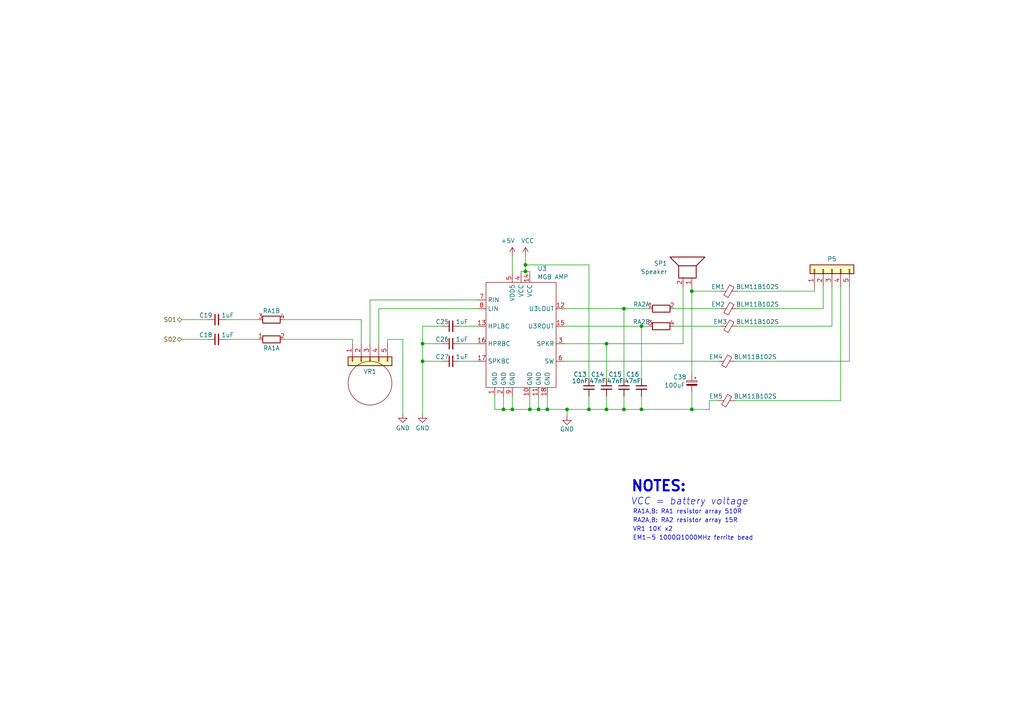
<source format=kicad_sch>
(kicad_sch (version 20250114) (generator "eeschema") (generator_version "9.0")
  (paper "A4")
  (title_block (title "CGB Reverse Engineer") (company "NatalieTheNerd.com"))
  (lib_symbols
    (symbol "CGB:MGB_AMP"
      (property "Reference" "U" (at 0 -10.16 0))
      (property "Value" "MGB AMP" (at 0 -12.7 0))
      (symbol "MGB_AMP_0_0"
        (pin unspecified line (at -12.7 -7.62 0) (length 2.54) (name "RIN") (number "7"))
        (pin unspecified line (at -12.7 -10.16 0) (length 2.54) (name "LIN") (number "8"))
        (pin unspecified line (at -12.7 -15.24 0) (length 2.54) (name "HPLBC") (number "13"))
        (pin unspecified line (at -12.7 -20.32 0) (length 2.54) (name "HPRBC") (number "16"))
        (pin unspecified line (at -12.7 -25.4 0) (length 2.54) (name "SPKBC") (number "17"))
        (pin unspecified line (at -7.62 -35.56 90) (length 2.54) (name "GND") (number "1"))
        (pin unspecified line (at -5.08 -35.56 90) (length 2.54) (name "GND") (number "2"))
        (pin unspecified line (at -2.54 0 270) (length 2.54) (name "VDD5") (number "5"))
        (pin unspecified line (at -2.54 -35.56 90) (length 2.54) (name "GND") (number "9"))
        (pin unspecified line (at 0 0 270) (length 2.54) (name "VCC") (number "4"))
        (pin unspecified line (at 2.54 0 270) (length 2.54) (name "VCC") (number "14"))
        (pin unspecified line (at 2.54 -35.56 90) (length 2.54) (name "GND") (number "10"))
        (pin unspecified line (at 5.08 -35.56 90) (length 2.54) (name "GND") (number "11"))
        (pin unspecified line (at 7.62 -35.56 90) (length 2.54) (name "GND") (number "18"))
        (pin unspecified line (at 12.7 -10.16 180) (length 2.54) (name "U3LOUT") (number "12"))
        (pin unspecified line (at 12.7 -15.24 180) (length 2.54) (name "U3ROUT") (number "15"))
        (pin unspecified line (at 12.7 -20.32 180) (length 2.54) (name "SPKR") (number "3"))
        (pin unspecified line (at 12.7 -25.4 180) (length 2.54) (name "SW") (number "6"))
      )
      (symbol "MGB_AMP_0_1"
        (rectangle (start -10.16 -2.54) (end 10.16 -33.02))
      )
    )
    (symbol "Conn_01x05_1" (pin_names (offset 1.016) (hide yes))
      (property "Reference" "VR1" (at 2.9901 0 90))
      (symbol "Conn_01x05_1_0_1"
        (circle (center 6.35 0) (radius 6.35))
      )
      (symbol "Conn_01x05_1_1_1"
        (rectangle (start -1.27 6.35) (end 1.27 -6.35) (stroke (width 0.254)) (fill (type background)))
        (rectangle (start -1.27 5.207) (end 0 4.953) (stroke (width 0.1524)))
        (rectangle (start -1.27 2.667) (end 0 2.413) (stroke (width 0.1524)))
        (rectangle (start -1.27 0.127) (end 0 -0.127) (stroke (width 0.1524)))
        (rectangle (start -1.27 -2.413) (end 0 -2.667) (stroke (width 0.1524)))
        (rectangle (start -1.27 -4.953) (end 0 -5.207) (stroke (width 0.1524)))
        (pin passive line (at -5.08 5.08 0) (length 3.81) (name "Pin_1") (number "1"))
        (pin passive line (at -5.08 2.54 0) (length 3.81) (name "Pin_2") (number "2"))
        (pin passive line (at -5.08 0 0) (length 3.81) (name "Pin_3") (number "3"))
        (pin passive line (at -5.08 -2.54 0) (length 3.81) (name "Pin_4") (number "4"))
        (pin passive line (at -5.08 -5.08 0) (length 3.81) (name "Pin_5") (number "5"))
      )
    )
    (symbol "Connector_Generic:Conn_01x05" (pin_names (offset 1.016) (hide yes))
      (property "Reference" "J" (at 0 7.62 0))
      (property "Value" "Conn_01x05" (at 0 -7.62 0))
      (symbol "Conn_01x05_1_1"
        (rectangle (start -1.27 6.35) (end 1.27 -6.35) (stroke (width 0.254)) (fill (type background)))
        (rectangle (start -1.27 5.207) (end 0 4.953) (stroke (width 0.1524)))
        (rectangle (start -1.27 2.667) (end 0 2.413) (stroke (width 0.1524)))
        (rectangle (start -1.27 0.127) (end 0 -0.127) (stroke (width 0.1524)))
        (rectangle (start -1.27 -2.413) (end 0 -2.667) (stroke (width 0.1524)))
        (rectangle (start -1.27 -4.953) (end 0 -5.207) (stroke (width 0.1524)))
        (pin passive line (at -5.08 5.08 0) (length 3.81) (name "Pin_1") (number "1"))
        (pin passive line (at -5.08 2.54 0) (length 3.81) (name "Pin_2") (number "2"))
        (pin passive line (at -5.08 0 0) (length 3.81) (name "Pin_3") (number "3"))
        (pin passive line (at -5.08 -2.54 0) (length 3.81) (name "Pin_4") (number "4"))
        (pin passive line (at -5.08 -5.08 0) (length 3.81) (name "Pin_5") (number "5"))
      )
    )
    (symbol "Device:C_Polarized_Small" (pin_numbers (hide yes)) (pin_names (offset 0.254) (hide yes))
      (property "Reference" "C" (at 0.254 1.778 0))
      (property "Value" "C_Polarized_Small" (at 0.254 -2.032 0))
      (symbol "C_Polarized_Small_0_1"
        (rectangle (start -1.524 0.6858) (end 1.524 0.3048))
        (rectangle (start -1.524 -0.3048) (end 1.524 -0.6858) (fill (type outline)))
        (polyline (pts (xy -1.27 1.524) (xy -0.762 1.524)))
        (polyline (pts (xy -1.016 1.27) (xy -1.016 1.778)))
      )
      (symbol "C_Polarized_Small_1_1"
        (pin passive line (at 0 2.54 270) (length 1.8542) (name "~") (number "1"))
        (pin passive line (at 0 -2.54 90) (length 1.8542) (name "~") (number "2"))
      )
    )
    (symbol "Device:C_Small" (pin_numbers (hide yes)) (pin_names (offset 0.254) (hide yes))
      (property "Reference" "C" (at 0.254 1.778 0))
      (property "Value" "C_Small" (at 0.254 -2.032 0))
      (symbol "C_Small_0_1"
        (polyline (pts (xy -1.524 0.508) (xy 1.524 0.508)) (stroke (width 0.3048)))
        (polyline (pts (xy -1.524 -0.508) (xy 1.524 -0.508)) (stroke (width 0.3302)))
      )
      (symbol "C_Small_1_1"
        (pin passive line (at 0 2.54 270) (length 2.032) (name "~") (number "1"))
        (pin passive line (at 0 -2.54 90) (length 2.032) (name "~") (number "2"))
      )
    )
    (symbol "Device:FerriteBead_Small" (pin_numbers (hide yes)) (pin_names (offset 0))
      (property "Reference" "FB" (at 1.905 1.27 0))
      (property "Value" "FerriteBead_Small" (at 1.905 -1.27 0))
      (symbol "FerriteBead_Small_0_1"
        (polyline (pts (xy -1.8288 0.2794) (xy -1.1176 1.4986) (xy 1.8288 -0.2032) (xy 1.1176 -1.4224) (xy -1.8288 0.2794)))
        (polyline (pts (xy 0 0.889) (xy 0 1.2954)))
        (polyline (pts (xy 0 -1.27) (xy 0 -0.7874)))
      )
      (symbol "FerriteBead_Small_1_1"
        (pin passive line (at 0 2.54 270) (length 1.27) (name "~") (number "1"))
        (pin passive line (at 0 -2.54 90) (length 1.27) (name "~") (number "2"))
      )
    )
    (symbol "Device:R_Pack02_SIP_Split" (pin_names (offset 0) (hide yes))
      (property "Reference" "RN" (at 2.032 0 90))
      (property "Value" "R_Pack02_SIP_Split" (at 0 0 90))
      (symbol "R_Pack02_SIP_Split_0_1"
        (rectangle (start 1.016 2.54) (end -1.016 -2.54) (stroke (width 0.254)))
      )
      (symbol "R_Pack02_SIP_Split_1_1"
        (pin passive line (at 0 3.81 270) (length 1.27) (name "R1.2") (number "2"))
        (pin passive line (at 0 -3.81 90) (length 1.27) (name "R1.1") (number "1"))
      )
      (symbol "R_Pack02_SIP_Split_2_1"
        (pin passive line (at 0 3.81 270) (length 1.27) (name "R2.2") (number "4"))
        (pin passive line (at 0 -3.81 90) (length 1.27) (name "R2.1") (number "3"))
      )
    )
    (symbol "Device:Speaker" (pin_names (offset 0) (hide yes))
      (property "Reference" "LS" (at 1.27 5.715 0))
      (property "Value" "Speaker" (at 1.27 3.81 0))
      (symbol "Speaker_0_0"
        (rectangle (start -2.54 1.27) (end 1.016 -3.81) (stroke (width 0.254)))
        (polyline (pts (xy 1.016 1.27) (xy 3.556 3.81) (xy 3.556 -6.35) (xy 1.016 -3.81)) (stroke (width 0.254)))
      )
      (symbol "Speaker_1_1"
        (pin input line (at -5.08 0 0) (length 2.54) (name "1") (number "1"))
        (pin input line (at -5.08 -2.54 0) (length 2.54) (name "2") (number "2"))
      )
    )
    (symbol "power:+5V" (power) (pin_names (offset 0))
      (property "Value" "+5V" (at 0 3.556 0))
      (symbol "+5V_0_1"
        (polyline (pts (xy -0.762 1.27) (xy 0 2.54)))
        (polyline (pts (xy 0 2.54) (xy 0.762 1.27)))
        (polyline (pts (xy 0 0) (xy 0 2.54)))
      )
      (symbol "+5V_1_1"
        (pin power_in line (at 0 0 90) (length 0) (hide yes) (name "+5V") (number "1"))
      )
    )
    (symbol "power:GND" (power) (pin_names (offset 0))
      (property "Value" "GND" (at 0 -3.81 0))
      (symbol "GND_0_1"
        (polyline (pts (xy 0 0) (xy 0 -1.27) (xy 1.27 -1.27) (xy 0 -2.54) (xy -1.27 -1.27) (xy 0 -1.27)))
      )
      (symbol "GND_1_1"
        (pin power_in line (at 0 0 270) (length 0) (hide yes) (name "GND") (number "1"))
      )
    )
    (symbol "power:VCC" (power) (pin_names (offset 0))
      (property "Value" "VCC" (at 0 3.81 0))
      (symbol "VCC_0_1"
        (polyline (pts (xy -0.762 1.27) (xy 0 2.54)))
        (polyline (pts (xy 0 2.54) (xy 0.762 1.27)))
        (polyline (pts (xy 0 0) (xy 0 2.54)))
      )
      (symbol "VCC_1_1"
        (pin power_in line (at 0 0 90) (length 0) (hide yes) (name "VCC") (number "1"))
      )
    )
  )
  (text "EM1-5 1000Ω1000MHz ferrite bead" (at 183.515 156.845 0) (effects (font (size 1.27 1.27)) (justify left bottom)))
  (text "RA1A,B: RA1 resistor array 510R" (at 183.515 149.225 0) (effects (font (size 1.27 1.27)) (justify left bottom)))
  (text "VR1 10K x2 " (at 183.515 154.305 0) (effects (font (size 1.27 1.27)) (justify left bottom)))
  (text "VCC = battery voltage" (at 182.88 146.685 0) (effects (font (size 2 2) (italic yes)) (justify left bottom)))
  (text "NOTES:" (at 182.88 142.875 0) (effects (font (size 3 3) (thickness 0.6) (bold yes)) (justify left bottom)))
  (text "RA2A,B: RA2 resistor array 15R" (at 183.515 151.765 0) (effects (font (size 1.27 1.27)) (justify left bottom)))
  (junction (at 164.465 118.745))
  (junction (at 146.05 118.745))
  (junction (at 200.66 84.455))
  (junction (at 152.4 78.74))
  (junction (at 186.055 94.615))
  (junction (at 122.555 99.695))
  (junction (at 148.59 118.745))
  (junction (at 152.4 76.835))
  (junction (at 175.895 99.695))
  (junction (at 170.815 118.745))
  (junction (at 158.75 118.745))
  (junction (at 200.66 118.745))
  (junction (at 175.895 118.745))
  (junction (at 186.055 118.745))
  (junction (at 122.555 104.775))
  (junction (at 153.67 118.745))
  (junction (at 156.21 118.745))
  (junction (at 180.975 89.535))
  (junction (at 180.975 118.745))
  (wire (pts (xy 65.405 98.425) (xy 74.93 98.425)))
  (wire (pts (xy 122.555 99.695) (xy 128.27 99.695)))
  (wire (pts (xy 195.58 89.535) (xy 208.915 89.535)))
  (wire (pts (xy 109.855 89.535) (xy 109.855 99.695)))
  (wire (pts (xy 107.315 86.995) (xy 107.315 99.695)))
  (wire (pts (xy 180.975 89.535) (xy 187.96 89.535)))
  (wire (pts (xy 200.66 84.455) (xy 208.915 84.455)))
  (wire (pts (xy 198.12 99.695) (xy 198.12 83.185)))
  (wire (pts (xy 180.975 89.535) (xy 180.975 109.855)))
  (wire (pts (xy 146.05 114.935) (xy 146.05 118.745)))
  (wire (pts (xy 148.59 114.935) (xy 148.59 118.745)))
  (wire (pts (xy 163.83 99.695) (xy 175.895 99.695)))
  (wire (pts (xy 243.84 83.185) (xy 243.84 116.205)))
  (wire (pts (xy 102.235 99.695) (xy 102.235 98.425)))
  (wire (pts (xy 122.555 104.775) (xy 122.555 120.015)))
  (wire (pts (xy 133.35 99.695) (xy 138.43 99.695)))
  (wire (pts (xy 122.555 94.615) (xy 122.555 99.695)))
  (wire (pts (xy 205.74 116.205) (xy 208.28 116.205)))
  (wire (pts (xy 133.35 104.775) (xy 138.43 104.775)))
  (wire (pts (xy 65.405 92.71) (xy 74.93 92.71)))
  (wire (pts (xy 52.705 92.71) (xy 60.325 92.71)))
  (wire (pts (xy 122.555 94.615) (xy 128.27 94.615)))
  (wire (pts (xy 112.395 98.425) (xy 112.395 99.695)))
  (wire (pts (xy 148.59 74.295) (xy 148.59 79.375)))
  (wire (pts (xy 152.4 76.835) (xy 152.4 78.74)))
  (wire (pts (xy 195.58 94.615) (xy 208.915 94.615)))
  (wire (pts (xy 104.775 92.71) (xy 104.775 99.695)))
  (wire (pts (xy 164.465 118.745) (xy 170.815 118.745)))
  (wire (pts (xy 116.84 98.425) (xy 112.395 98.425)))
  (wire (pts (xy 152.4 78.74) (xy 151.13 78.74)))
  (wire (pts (xy 116.84 120.015) (xy 116.84 98.425)))
  (wire (pts (xy 246.38 104.775) (xy 246.38 83.185)))
  (wire (pts (xy 122.555 104.775) (xy 128.27 104.775)))
  (wire (pts (xy 241.3 83.185) (xy 241.3 94.615)))
  (wire (pts (xy 138.43 89.535) (xy 109.855 89.535)))
  (wire (pts (xy 122.555 99.695) (xy 122.555 104.775)))
  (wire (pts (xy 82.55 98.425) (xy 102.235 98.425)))
  (wire (pts (xy 236.22 83.185) (xy 236.22 84.455)))
  (wire (pts (xy 213.36 116.205) (xy 243.84 116.205)))
  (wire (pts (xy 200.66 118.745) (xy 205.74 118.745)))
  (wire (pts (xy 152.4 78.74) (xy 153.67 78.74)))
  (wire (pts (xy 180.975 114.935) (xy 180.975 118.745)))
  (wire (pts (xy 186.055 118.745) (xy 200.66 118.745)))
  (wire (pts (xy 163.83 89.535) (xy 180.975 89.535)))
  (wire (pts (xy 180.975 118.745) (xy 186.055 118.745)))
  (wire (pts (xy 107.315 86.995) (xy 138.43 86.995)))
  (wire (pts (xy 205.74 118.745) (xy 205.74 116.205)))
  (wire (pts (xy 164.465 120.65) (xy 164.465 118.745)))
  (wire (pts (xy 143.51 118.745) (xy 146.05 118.745)))
  (wire (pts (xy 156.21 118.745) (xy 158.75 118.745)))
  (wire (pts (xy 175.895 118.745) (xy 180.975 118.745)))
  (wire (pts (xy 163.83 94.615) (xy 186.055 94.615)))
  (wire (pts (xy 52.705 98.425) (xy 60.325 98.425)))
  (wire (pts (xy 152.4 74.295) (xy 152.4 76.835)))
  (wire (pts (xy 213.36 104.775) (xy 246.38 104.775)))
  (wire (pts (xy 82.55 92.71) (xy 104.775 92.71)))
  (wire (pts (xy 213.995 94.615) (xy 241.3 94.615)))
  (wire (pts (xy 186.055 114.935) (xy 186.055 118.745)))
  (wire (pts (xy 153.67 118.745) (xy 156.21 118.745)))
  (wire (pts (xy 163.83 104.775) (xy 208.28 104.775)))
  (wire (pts (xy 175.895 99.695) (xy 198.12 99.695)))
  (wire (pts (xy 213.995 84.455) (xy 236.22 84.455)))
  (wire (pts (xy 143.51 114.935) (xy 143.51 118.745)))
  (wire (pts (xy 175.895 114.935) (xy 175.895 118.745)))
  (wire (pts (xy 175.895 99.695) (xy 175.895 109.855)))
  (wire (pts (xy 213.995 89.535) (xy 238.76 89.535)))
  (wire (pts (xy 156.21 114.935) (xy 156.21 118.745)))
  (wire (pts (xy 146.05 118.745) (xy 148.59 118.745)))
  (wire (pts (xy 170.815 76.835) (xy 152.4 76.835)))
  (wire (pts (xy 200.66 113.665) (xy 200.66 118.745)))
  (wire (pts (xy 200.66 83.185) (xy 200.66 84.455)))
  (wire (pts (xy 186.055 94.615) (xy 187.96 94.615)))
  (wire (pts (xy 238.76 83.185) (xy 238.76 89.535)))
  (wire (pts (xy 153.67 78.74) (xy 153.67 79.375)))
  (wire (pts (xy 170.815 109.855) (xy 170.815 76.835)))
  (wire (pts (xy 170.815 114.935) (xy 170.815 118.745)))
  (wire (pts (xy 151.13 78.74) (xy 151.13 79.375)))
  (wire (pts (xy 200.66 84.455) (xy 200.66 108.585)))
  (wire (pts (xy 153.67 114.935) (xy 153.67 118.745)))
  (wire (pts (xy 186.055 109.855) (xy 186.055 94.615)))
  (wire (pts (xy 158.75 118.745) (xy 158.75 114.935)))
  (wire (pts (xy 158.75 118.745) (xy 164.465 118.745)))
  (wire (pts (xy 148.59 118.745) (xy 153.67 118.745)))
  (wire (pts (xy 133.35 94.615) (xy 138.43 94.615)))
  (wire (pts (xy 170.815 118.745) (xy 175.895 118.745)))
  (hierarchical_label "S02" (shape bidirectional) (at 52.705 98.425 180))
  (hierarchical_label "S01" (shape bidirectional) (at 52.705 92.71 180))
  (symbol (lib_id "Device:C_Small") (at 180.975 112.395 0) (unit 1)
    (property "Reference" "C15" (at 178.435 108.585 0))
    (property "Value" "47nF" (at 178.435 110.49 0))
    (property "Footprint" "Capacitor_SMD:C_0603_1608Metric" (effects (hide yes)))
  )
  (symbol (lib_id "power:+5V") (at 148.59 74.295 0) (unit 1)
    (property "Reference" "#PWR010" (effects (hide yes)))
    (property "Value" "+5V" (at 147.32 69.85 0))
  )
  (symbol (lib_id "Device:R_Pack02_SIP_Split") (at 191.77 94.615 270) (unit 2)
    (property "Reference" "RA2" (at 186.055 93.345 90))
    (property "Value" "R_Pack02_SIP_Split" (effects (hide yes)))
    (property "Footprint" "Resistor_SMD:R_Array_Concave_2x0603" (effects (hide yes)))
    (property "Datasheet" "http://www.vishay.com/docs/31509/csc.pdf" (effects (hide yes)))
  )
  (symbol (lib_id "Device:C_Small") (at 175.895 112.395 0) (unit 1)
    (property "Reference" "C14" (at 173.355 108.585 0))
    (property "Value" "47nF" (at 173.355 110.49 0))
    (property "Footprint" "Capacitor_SMD:C_0603_1608Metric" (effects (hide yes)))
  )
  (symbol (lib_id "CGB:MGB_AMP") (at 151.13 79.375 0) (unit 1)
    (property "Reference" "U3" (at 155.8641 77.8977 0) (effects (justify left)))
    (property "Value" "MGB AMP" (at 155.8641 80.3219 0) (effects (justify left)))
    (property "Footprint" "CGB:Amp MGB" (effects (hide yes)))
  )
  (symbol (lib_id "Device:C_Small") (at 62.865 98.425 90) (unit 1)
    (property "Reference" "C18" (at 59.69 97.155 90))
    (property "Value" "1uF" (at 66.04 97.155 90))
    (property "Footprint" "Capacitor_SMD:C_0603_1608Metric" (effects (hide yes)))
  )
  (symbol (lib_id "Device:C_Small") (at 130.81 99.695 90) (unit 1)
    (property "Reference" "C26" (at 128.27 98.425 90))
    (property "Value" "1uF" (at 133.985 98.425 90))
    (property "Footprint" "Capacitor_SMD:C_0603_1608Metric" (effects (hide yes)))
  )
  (symbol (lib_id "Device:FerriteBead_Small") (at 211.455 84.455 90) (unit 1)
    (property "Reference" "EM1" (at 208.28 83.185 90))
    (property "Value" "BLM11B102S" (at 219.71 83.185 90))
    (property "Footprint" "Resistor_SMD:R_0603_1608Metric" (effects (hide yes)))
  )
  (symbol (lib_id "power:GND") (at 164.465 120.65 0) (unit 1)
    (property "Reference" "#PWR013" (effects (hide yes)))
    (property "Value" "GND" (at 164.465 124.46 0))
  )
  (symbol (lib_id "Device:R_Pack02_SIP_Split") (at 78.74 92.71 270) (unit 2)
    (property "Reference" "RA1" (at 78.74 90.17 90))
    (property "Value" "R_Pack02_SIP_Split" (effects (hide yes)))
    (property "Footprint" "Resistor_SMD:R_Array_Concave_2x0603" (effects (hide yes)))
    (property "Datasheet" "http://www.vishay.com/docs/31509/csc.pdf" (effects (hide yes)))
  )
  (symbol (lib_id "Device:FerriteBead_Small") (at 210.82 116.205 90) (unit 1)
    (property "Reference" "EM5" (at 207.645 114.935 90))
    (property "Value" "BLM11B102S" (at 219.075 114.935 90))
    (property "Footprint" "Resistor_SMD:R_0603_1608Metric" (effects (hide yes)))
  )
  (symbol (lib_id "Device:C_Small") (at 62.865 92.71 90) (unit 1)
    (property "Reference" "C19" (at 59.69 91.44 90))
    (property "Value" "1uF" (at 66.04 91.44 90))
    (property "Footprint" "Capacitor_SMD:C_0603_1608Metric" (effects (hide yes)))
  )
  (symbol (lib_name "Conn_01x05_1") (lib_id "Connector_Generic:Conn_01x05") (at 107.315 104.775 90) (mirror x) (unit 1)
    (property "Reference" "VR1" (at 107.315 107.7651 90))
    (property "Value" "Conn_01x05" (effects (hide yes)))
    (property "Footprint" "CGB:Volume wheel CGB" (effects (hide yes)))
  )
  (symbol (lib_id "power:GND") (at 122.555 120.015 0) (unit 1)
    (property "Reference" "#PWR09" (effects (hide yes)))
    (property "Value" "GND" (at 122.555 124.1481 0))
  )
  (symbol (lib_id "Device:FerriteBead_Small") (at 211.455 89.535 90) (unit 1)
    (property "Reference" "EM2" (at 208.28 88.265 90))
    (property "Value" "BLM11B102S" (at 219.71 88.265 90))
    (property "Footprint" "Resistor_SMD:R_0603_1608Metric" (effects (hide yes)))
  )
  (symbol (lib_id "Device:FerriteBead_Small") (at 211.455 94.615 90) (unit 1)
    (property "Reference" "EM3" (at 208.915 93.345 90))
    (property "Value" "BLM11B102S" (at 219.71 93.345 90))
    (property "Footprint" "Resistor_SMD:R_0603_1608Metric" (effects (hide yes)))
  )
  (symbol (lib_id "Device:C_Small") (at 170.815 112.395 0) (unit 1)
    (property "Reference" "C13" (at 168.275 108.585 0))
    (property "Value" "10nF" (at 168.275 110.49 0))
    (property "Footprint" "Capacitor_SMD:C_0603_1608Metric" (effects (hide yes)))
  )
  (symbol (lib_id "Connector_Generic:Conn_01x05") (at 241.3 78.105 90) (unit 1)
    (property "Reference" "P5" (at 241.3 75.1149 90))
    (property "Value" "Conn_01x05" (effects (hide yes)))
    (property "Footprint" "POCO:HPjack" (effects (hide yes)))
  )
  (symbol (lib_id "Device:R_Pack02_SIP_Split") (at 191.77 89.535 270) (unit 1)
    (property "Reference" "RA2" (at 186.055 88.265 90))
    (property "Value" "R_Pack02_SIP_Split" (effects (hide yes)))
    (property "Footprint" "Resistor_SMD:R_Array_Concave_2x0603" (effects (hide yes)))
    (property "Datasheet" "http://www.vishay.com/docs/31509/csc.pdf" (effects (hide yes)))
  )
  (symbol (lib_id "Device:C_Small") (at 186.055 112.395 0) (mirror y) (unit 1)
    (property "Reference" "C16" (at 183.515 108.585 0))
    (property "Value" "47nF" (at 183.515 110.49 0))
    (property "Footprint" "Capacitor_SMD:C_0603_1608Metric" (effects (hide yes)))
  )
  (symbol (lib_id "Device:C_Polarized_Small") (at 200.66 111.125 0) (mirror y) (unit 1)
    (property "Reference" "C38" (at 199.136 109.3668 0) (effects (justify left)))
    (property "Value" "100uF" (at 198.755 111.76 0) (effects (justify left)))
    (property "Footprint" "Capacitor_SMD:CP_Elec_5x5.3" (effects (hide yes)))
  )
  (symbol (lib_id "Device:R_Pack02_SIP_Split") (at 78.74 98.425 270) (unit 1)
    (property "Reference" "RA1" (at 78.74 100.965 90))
    (property "Value" "R_Pack02_SIP_Split" (effects (hide yes)))
    (property "Footprint" "Resistor_SMD:R_Array_Concave_2x0603" (effects (hide yes)))
    (property "Datasheet" "http://www.vishay.com/docs/31509/csc.pdf" (effects (hide yes)))
  )
  (symbol (lib_id "Device:Speaker") (at 200.66 78.105 270) (mirror x) (unit 1)
    (property "Reference" "SP1" (at 193.548 76.3849 90) (effects (justify right)))
    (property "Value" "Speaker" (at 193.548 78.8091 90) (effects (justify right)))
    (property "Footprint" "TestPoint:TestPoint_2Pads_Pitch2.54mm_Drill0.8mm" (effects (hide yes)))
  )
  (symbol (lib_id "Device:FerriteBead_Small") (at 210.82 104.775 90) (unit 1)
    (property "Reference" "EM4" (at 207.645 103.505 90))
    (property "Value" "BLM11B102S" (at 219.075 103.505 90))
    (property "Footprint" "Resistor_SMD:R_0603_1608Metric" (effects (hide yes)))
  )
  (symbol (lib_id "Device:C_Small") (at 130.81 104.775 90) (unit 1)
    (property "Reference" "C27" (at 128.27 103.505 90))
    (property "Value" "1uF" (at 133.985 103.505 90))
    (property "Footprint" "Capacitor_SMD:C_0603_1608Metric" (effects (hide yes)))
  )
  (symbol (lib_id "power:VCC") (at 152.4 74.295 0) (unit 1)
    (property "Reference" "#PWR011" (effects (hide yes)))
    (property "Value" "VCC" (at 153.035 69.85 0))
  )
  (symbol (lib_id "power:GND") (at 116.84 120.015 0) (unit 1)
    (property "Reference" "#PWR07" (effects (hide yes)))
    (property "Value" "GND" (at 116.84 124.1481 0))
  )
  (symbol (lib_id "Device:C_Small") (at 130.81 94.615 90) (unit 1)
    (property "Reference" "C25" (at 128.27 93.345 90))
    (property "Value" "1uF" (at 133.985 93.345 90))
    (property "Footprint" "Capacitor_SMD:C_0603_1608Metric" (effects (hide yes)))
  )
)
</source>
